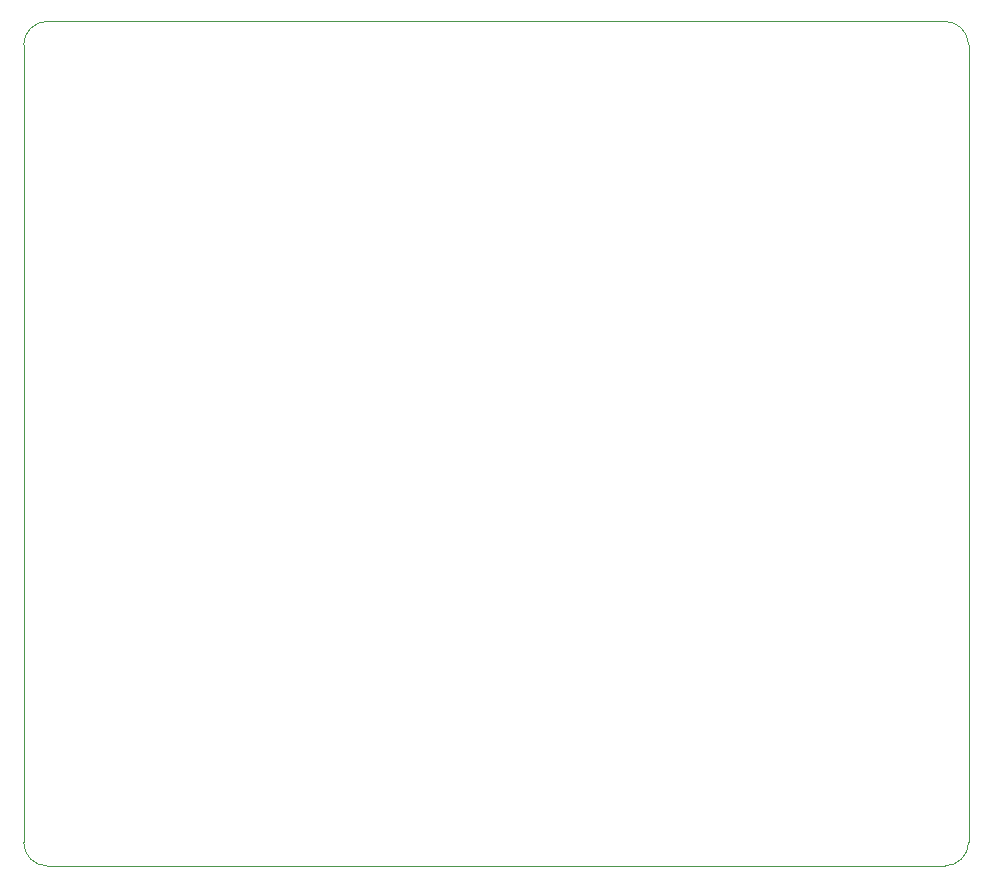
<source format=gbr>
%TF.GenerationSoftware,KiCad,Pcbnew,(6.0.2)*%
%TF.CreationDate,2022-09-07T19:19:14-04:00*%
%TF.ProjectId,plusz-end-card-with-turnstile-mezzanine,706c7573-7a2d-4656-9e64-2d636172642d,rev?*%
%TF.SameCoordinates,Original*%
%TF.FileFunction,Profile,NP*%
%FSLAX46Y46*%
G04 Gerber Fmt 4.6, Leading zero omitted, Abs format (unit mm)*
G04 Created by KiCad (PCBNEW (6.0.2)) date 2022-09-07 19:19:14*
%MOMM*%
%LPD*%
G01*
G04 APERTURE LIST*
%TA.AperFunction,Profile*%
%ADD10C,0.001000*%
%TD*%
G04 APERTURE END LIST*
D10*
X110501100Y-69253600D02*
G75*
G03*
X108501100Y-71253600I-1J-1999999D01*
G01*
X188501100Y-71253600D02*
G75*
G03*
X186501100Y-69253600I-1999999J1D01*
G01*
X186501100Y-140753600D02*
G75*
G03*
X188501100Y-138753600I1J1999999D01*
G01*
X108501100Y-138753600D02*
X108501100Y-71253600D01*
X108501100Y-138753600D02*
G75*
G03*
X110501100Y-140753600I1999999J-1D01*
G01*
X188501100Y-71253600D02*
X188501100Y-138753600D01*
X186501100Y-140753600D02*
X110501100Y-140753600D01*
X110501100Y-69253600D02*
X186501100Y-69253600D01*
M02*

</source>
